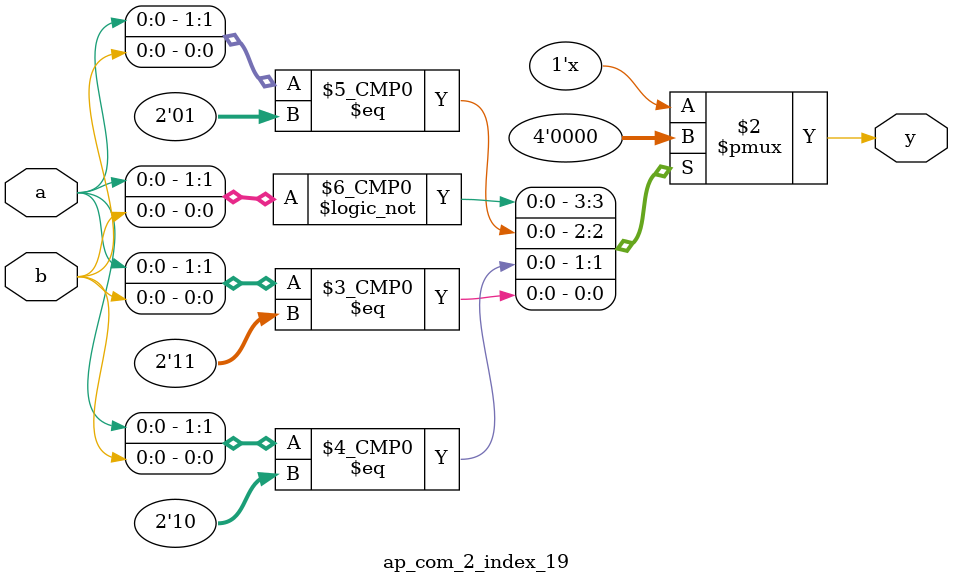
<source format=v>
module ap_com_4_index_0(
	input wire a,
	input wire b,
	input wire c,
	input wire d,
	output reg y
);

always @(*) begin
	case({a, b, c, d})
		4'b0000: y = 1;
		4'b0001: y = 1;
		4'b0010: y = 1;
		4'b0011: y = 1;
		4'b0100: y = 1;
		4'b0101: y = 1;
		4'b0110: y = 1;
		4'b0111: y = 1;
		4'b1000: y = 1;
		4'b1001: y = 1;
		4'b1010: y = 1;
		4'b1011: y = 1;
		4'b1100: y = 1;
		4'b1101: y = 1;
		4'b1110: y = 1;
		4'b1111: y = 1;
		default:;
	endcase
end

endmodule


module ap_com_4_index_1(
	input wire a,
	input wire b,
	input wire c,
	input wire d,
	output reg y
);

always @(*) begin
	case({a, b, c, d})
		4'b0000: y = 0;
		4'b0001: y = 1;
		4'b0010: y = 0;
		4'b0011: y = 0;
		4'b0100: y = 0;
		4'b0101: y = 1;
		4'b0110: y = 1;
		4'b0111: y = 1;
		4'b1000: y = 0;
		4'b1001: y = 1;
		4'b1010: y = 0;
		4'b1011: y = 0;
		4'b1100: y = 0;
		4'b1101: y = 1;
		4'b1110: y = 1;
		4'b1111: y = 1;
		default:;
	endcase
end

endmodule


module ap_com_3_index_2(
	input wire a,
	input wire b,
	input wire c,
	output reg y
);

always @(*) begin
	case({a, b, c})
		3'b000: y = 1;
		3'b001: y = 0;
		3'b010: y = 1;
		3'b011: y = 0;
		3'b100: y = 1;
		3'b101: y = 1;
		3'b110: y = 1;
		3'b111: y = 0;
		default:;
	endcase
end

endmodule


module ap_com_4_index_3(
	input wire a,
	input wire b,
	input wire c,
	input wire d,
	output reg y
);

always @(*) begin
	case({a, b, c, d})
		4'b0000: y = 1;
		4'b0001: y = 1;
		4'b0010: y = 1;
		4'b0011: y = 1;
		4'b0100: y = 1;
		4'b0101: y = 1;
		4'b0110: y = 0;
		4'b0111: y = 0;
		4'b1000: y = 0;
		4'b1001: y = 1;
		4'b1010: y = 0;
		4'b1011: y = 0;
		4'b1100: y = 1;
		4'b1101: y = 1;
		4'b1110: y = 0;
		4'b1111: y = 0;
		default:;
	endcase
end

endmodule


module ap_com_4_index_4(
	input wire a,
	input wire b,
	input wire c,
	input wire d,
	output reg y
);

always @(*) begin
	case({a, b, c, d})
		4'b0000: y = 1;
		4'b0001: y = 1;
		4'b0010: y = 0;
		4'b0011: y = 0;
		4'b0100: y = 1;
		4'b0101: y = 1;
		4'b0110: y = 1;
		4'b0111: y = 1;
		4'b1000: y = 1;
		4'b1001: y = 1;
		4'b1010: y = 0;
		4'b1011: y = 0;
		4'b1100: y = 0;
		4'b1101: y = 0;
		4'b1110: y = 0;
		4'b1111: y = 0;
		default:;
	endcase
end

endmodule


module ap_com_4_index_5(
	input wire a,
	input wire b,
	input wire c,
	input wire d,
	output reg y
);

always @(*) begin
	case({a, b, c, d})
		4'b0000: y = 0;
		4'b0001: y = 1;
		4'b0010: y = 0;
		4'b0011: y = 0;
		4'b0100: y = 0;
		4'b0101: y = 0;
		4'b0110: y = 0;
		4'b0111: y = 0;
		4'b1000: y = 0;
		4'b1001: y = 1;
		4'b1010: y = 0;
		4'b1011: y = 0;
		4'b1100: y = 0;
		4'b1101: y = 0;
		4'b1110: y = 0;
		4'b1111: y = 0;
		default:;
	endcase
end

endmodule


module ap_com_4_index_6(
	input wire a,
	input wire b,
	input wire c,
	input wire d,
	output reg y
);

always @(*) begin
	case({a, b, c, d})
		4'b0000: y = 1;
		4'b0001: y = 1;
		4'b0010: y = 0;
		4'b0011: y = 1;
		4'b0100: y = 0;
		4'b0101: y = 0;
		4'b0110: y = 0;
		4'b0111: y = 0;
		4'b1000: y = 1;
		4'b1001: y = 1;
		4'b1010: y = 0;
		4'b1011: y = 1;
		4'b1100: y = 0;
		4'b1101: y = 0;
		4'b1110: y = 0;
		4'b1111: y = 0;
		default:;
	endcase
end

endmodule


module ap_com_4_index_7(
	input wire a,
	input wire b,
	input wire c,
	input wire d,
	output reg y
);

always @(*) begin
	case({a, b, c, d})
		4'b0000: y = 1;
		4'b0001: y = 1;
		4'b0010: y = 1;
		4'b0011: y = 1;
		4'b0100: y = 1;
		4'b0101: y = 1;
		4'b0110: y = 0;
		4'b0111: y = 0;
		4'b1000: y = 1;
		4'b1001: y = 0;
		4'b1010: y = 0;
		4'b1011: y = 0;
		4'b1100: y = 1;
		4'b1101: y = 0;
		4'b1110: y = 0;
		4'b1111: y = 0;
		default:;
	endcase
end

endmodule


module ap_com_3_index_8(
	input wire a,
	input wire b,
	input wire c,
	output reg y
);

always @(*) begin
	case({a, b, c})
		3'b000: y = 0;
		3'b001: y = 0;
		3'b010: y = 0;
		3'b011: y = 0;
		3'b100: y = 0;
		3'b101: y = 0;
		3'b110: y = 0;
		3'b111: y = 0;
		default:;
	endcase
end

endmodule


module ap_com_4_index_9(
	input wire a,
	input wire b,
	input wire c,
	input wire d,
	output reg y
);

always @(*) begin
	case({a, b, c, d})
		4'b0000: y = 0;
		4'b0001: y = 1;
		4'b0010: y = 0;
		4'b0011: y = 1;
		4'b0100: y = 0;
		4'b0101: y = 1;
		4'b0110: y = 0;
		4'b0111: y = 0;
		4'b1000: y = 1;
		4'b1001: y = 1;
		4'b1010: y = 1;
		4'b1011: y = 1;
		4'b1100: y = 1;
		4'b1101: y = 1;
		4'b1110: y = 1;
		4'b1111: y = 0;
		default:;
	endcase
end

endmodule


module ap_com_2_index_10(
	input wire a,
	input wire b,
	output reg y
);

always @(*) begin
	case({a, b})
		2'b00: y = 0;
		2'b01: y = 0;
		2'b10: y = 0;
		2'b11: y = 0;
		default:;
	endcase
end

endmodule


module ap_com_4_index_11(
	input wire a,
	input wire b,
	input wire c,
	input wire d,
	output reg y
);

always @(*) begin
	case({a, b, c, d})
		4'b0000: y = 1;
		4'b0001: y = 1;
		4'b0010: y = 1;
		4'b0011: y = 1;
		4'b0100: y = 1;
		4'b0101: y = 1;
		4'b0110: y = 1;
		4'b0111: y = 1;
		4'b1000: y = 0;
		4'b1001: y = 0;
		4'b1010: y = 0;
		4'b1011: y = 1;
		4'b1100: y = 0;
		4'b1101: y = 0;
		4'b1110: y = 0;
		4'b1111: y = 1;
		default:;
	endcase
end

endmodule


module ap_com_4_index_12(
	input wire a,
	input wire b,
	input wire c,
	input wire d,
	output reg y
);

always @(*) begin
	case({a, b, c, d})
		4'b0000: y = 1;
		4'b0001: y = 1;
		4'b0010: y = 0;
		4'b0011: y = 0;
		4'b0100: y = 1;
		4'b0101: y = 1;
		4'b0110: y = 0;
		4'b0111: y = 1;
		4'b1000: y = 1;
		4'b1001: y = 1;
		4'b1010: y = 0;
		4'b1011: y = 0;
		4'b1100: y = 1;
		4'b1101: y = 1;
		4'b1110: y = 0;
		4'b1111: y = 1;
		default:;
	endcase
end

endmodule


module ap_com_3_index_13(
	input wire a,
	input wire b,
	input wire c,
	output reg y
);

always @(*) begin
	case({a, b, c})
		3'b000: y = 1;
		3'b001: y = 1;
		3'b010: y = 1;
		3'b011: y = 1;
		3'b100: y = 1;
		3'b101: y = 1;
		3'b110: y = 1;
		3'b111: y = 1;
		default:;
	endcase
end

endmodule


module ap_com_2_index_14(
	input wire a,
	input wire b,
	output reg y
);

always @(*) begin
	case({a, b})
		2'b00: y = 0;
		2'b01: y = 0;
		2'b10: y = 0;
		2'b11: y = 0;
		default:;
	endcase
end

endmodule


module ap_com_3_index_15(
	input wire a,
	input wire b,
	input wire c,
	output reg y
);

always @(*) begin
	case({a, b, c})
		3'b000: y = 1;
		3'b001: y = 1;
		3'b010: y = 0;
		3'b011: y = 0;
		3'b100: y = 1;
		3'b101: y = 1;
		3'b110: y = 0;
		3'b111: y = 0;
		default:;
	endcase
end

endmodule


module ap_com_2_index_16(
	input wire a,
	input wire b,
	output reg y
);

always @(*) begin
	case({a, b})
		2'b00: y = 1;
		2'b01: y = 1;
		2'b10: y = 1;
		2'b11: y = 1;
		default:;
	endcase
end

endmodule


module ap_com_2_index_17(
	input wire a,
	input wire b,
	output reg y
);

always @(*) begin
	case({a, b})
		2'b00: y = 0;
		2'b01: y = 0;
		2'b10: y = 0;
		2'b11: y = 0;
		default:;
	endcase
end

endmodule


module ap_com_2_index_18(
	input wire a,
	input wire b,
	output reg y
);

always @(*) begin
	case({a, b})
		2'b00: y = 1;
		2'b01: y = 1;
		2'b10: y = 1;
		2'b11: y = 1;
		default:;
	endcase
end

endmodule


module ap_com_2_index_19(
	input wire a,
	input wire b,
	output reg y
);

always @(*) begin
	case({a, b})
		2'b00: y = 0;
		2'b01: y = 0;
		2'b10: y = 0;
		2'b11: y = 0;
		default:;
	endcase
end

endmodule



</source>
